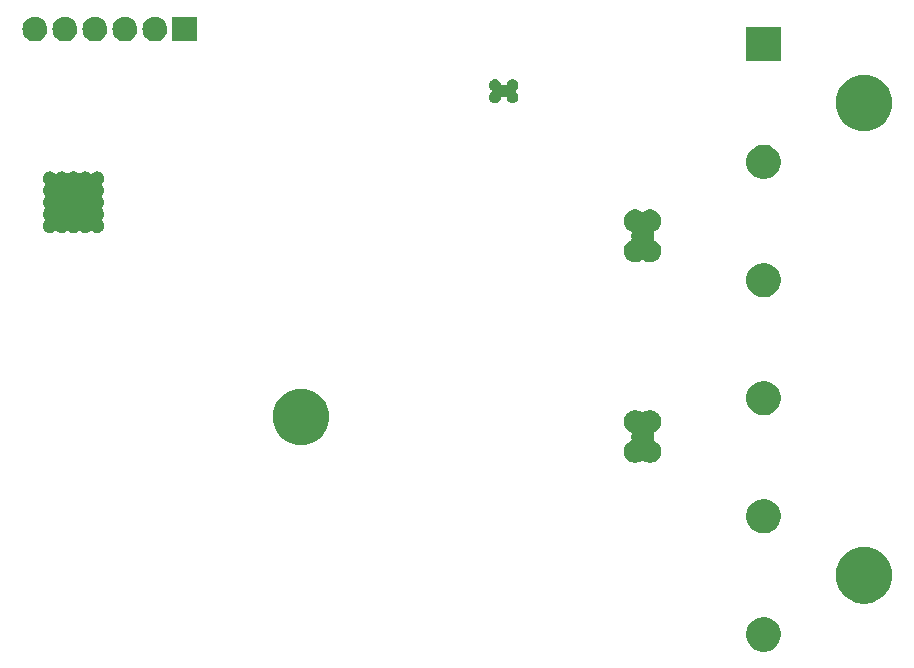
<source format=gbr>
G04 #@! TF.GenerationSoftware,KiCad,Pcbnew,(5.0.1)-3*
G04 #@! TF.CreationDate,2018-11-12T18:53:03-05:00*
G04 #@! TF.ProjectId,ESP32 Windlass,45535033322057696E646C6173732E6B,rev?*
G04 #@! TF.SameCoordinates,Original*
G04 #@! TF.FileFunction,Soldermask,Bot*
G04 #@! TF.FilePolarity,Negative*
%FSLAX46Y46*%
G04 Gerber Fmt 4.6, Leading zero omitted, Abs format (unit mm)*
G04 Created by KiCad (PCBNEW (5.0.1)-3) date 11/12/2018 6:53:03 PM*
%MOMM*%
%LPD*%
G01*
G04 APERTURE LIST*
%ADD10C,0.100000*%
G04 APERTURE END LIST*
D10*
G36*
X187922947Y-102355722D02*
X188186833Y-102465027D01*
X188424324Y-102623713D01*
X188626287Y-102825676D01*
X188784973Y-103063167D01*
X188894278Y-103327053D01*
X188950000Y-103607186D01*
X188950000Y-103892814D01*
X188894278Y-104172947D01*
X188784973Y-104436833D01*
X188626287Y-104674324D01*
X188424324Y-104876287D01*
X188186833Y-105034973D01*
X187922947Y-105144278D01*
X187642814Y-105200000D01*
X187357186Y-105200000D01*
X187077053Y-105144278D01*
X186813167Y-105034973D01*
X186575676Y-104876287D01*
X186373713Y-104674324D01*
X186215027Y-104436833D01*
X186105722Y-104172947D01*
X186050000Y-103892814D01*
X186050000Y-103607186D01*
X186105722Y-103327053D01*
X186215027Y-103063167D01*
X186373713Y-102825676D01*
X186575676Y-102623713D01*
X186813167Y-102465027D01*
X187077053Y-102355722D01*
X187357186Y-102300000D01*
X187642814Y-102300000D01*
X187922947Y-102355722D01*
X187922947Y-102355722D01*
G37*
G36*
X196351904Y-96372979D02*
X196700054Y-96442230D01*
X197136826Y-96623147D01*
X197529911Y-96885798D01*
X197864202Y-97220089D01*
X198126853Y-97613174D01*
X198307770Y-98049946D01*
X198362041Y-98322787D01*
X198400000Y-98513619D01*
X198400000Y-98986381D01*
X198377279Y-99100604D01*
X198307770Y-99450054D01*
X198126853Y-99886826D01*
X197864202Y-100279911D01*
X197529911Y-100614202D01*
X197136826Y-100876853D01*
X196700054Y-101057770D01*
X196351904Y-101127021D01*
X196236381Y-101150000D01*
X195763619Y-101150000D01*
X195648096Y-101127021D01*
X195299946Y-101057770D01*
X194863174Y-100876853D01*
X194470089Y-100614202D01*
X194135798Y-100279911D01*
X193873147Y-99886826D01*
X193692230Y-99450054D01*
X193622721Y-99100604D01*
X193600000Y-98986381D01*
X193600000Y-98513619D01*
X193637959Y-98322787D01*
X193692230Y-98049946D01*
X193873147Y-97613174D01*
X194135798Y-97220089D01*
X194470089Y-96885798D01*
X194863174Y-96623147D01*
X195299946Y-96442230D01*
X195648096Y-96372979D01*
X195763619Y-96350000D01*
X196236381Y-96350000D01*
X196351904Y-96372979D01*
X196351904Y-96372979D01*
G37*
G36*
X187922947Y-92355722D02*
X188186833Y-92465027D01*
X188424324Y-92623713D01*
X188626287Y-92825676D01*
X188784973Y-93063167D01*
X188894278Y-93327053D01*
X188950000Y-93607186D01*
X188950000Y-93892814D01*
X188894278Y-94172947D01*
X188784973Y-94436833D01*
X188626287Y-94674324D01*
X188424324Y-94876287D01*
X188186833Y-95034973D01*
X187922947Y-95144278D01*
X187642814Y-95200000D01*
X187357186Y-95200000D01*
X187077053Y-95144278D01*
X186813167Y-95034973D01*
X186575676Y-94876287D01*
X186373713Y-94674324D01*
X186215027Y-94436833D01*
X186105722Y-94172947D01*
X186050000Y-93892814D01*
X186050000Y-93607186D01*
X186105722Y-93327053D01*
X186215027Y-93063167D01*
X186373713Y-92825676D01*
X186575676Y-92623713D01*
X186813167Y-92465027D01*
X187077053Y-92355722D01*
X187357186Y-92300000D01*
X187642814Y-92300000D01*
X187922947Y-92355722D01*
X187922947Y-92355722D01*
G37*
G36*
X176895603Y-84804968D02*
X176895606Y-84804969D01*
X176895605Y-84804969D01*
X177070678Y-84877486D01*
X177180553Y-84950903D01*
X177202164Y-84962455D01*
X177225613Y-84969568D01*
X177249999Y-84971970D01*
X177274386Y-84969568D01*
X177297835Y-84962455D01*
X177319447Y-84950903D01*
X177429322Y-84877486D01*
X177604395Y-84804969D01*
X177604394Y-84804969D01*
X177604397Y-84804968D01*
X177790250Y-84768000D01*
X177979750Y-84768000D01*
X178165603Y-84804968D01*
X178165606Y-84804969D01*
X178165605Y-84804969D01*
X178340678Y-84877486D01*
X178383443Y-84906061D01*
X178498241Y-84982767D01*
X178632233Y-85116759D01*
X178669709Y-85172845D01*
X178737514Y-85274322D01*
X178784370Y-85387444D01*
X178810032Y-85449397D01*
X178847000Y-85635250D01*
X178847000Y-85824750D01*
X178810032Y-86010603D01*
X178810031Y-86010605D01*
X178737514Y-86185678D01*
X178737513Y-86185679D01*
X178632233Y-86343241D01*
X178498241Y-86477233D01*
X178470347Y-86495871D01*
X178340678Y-86582514D01*
X178257261Y-86617066D01*
X178235650Y-86628617D01*
X178216708Y-86644163D01*
X178201163Y-86663105D01*
X178189612Y-86684716D01*
X178182499Y-86708165D01*
X178180097Y-86732551D01*
X178182499Y-86756937D01*
X178212000Y-86905250D01*
X178212000Y-87094750D01*
X178182499Y-87243063D01*
X178180097Y-87267449D01*
X178182499Y-87291836D01*
X178189612Y-87315285D01*
X178201163Y-87336896D01*
X178216709Y-87355838D01*
X178235651Y-87371383D01*
X178257260Y-87382933D01*
X178340678Y-87417486D01*
X178340679Y-87417487D01*
X178498241Y-87522767D01*
X178632233Y-87656759D01*
X178632234Y-87656761D01*
X178737514Y-87814322D01*
X178783371Y-87925031D01*
X178810032Y-87989397D01*
X178847000Y-88175250D01*
X178847000Y-88364750D01*
X178810032Y-88550603D01*
X178810031Y-88550605D01*
X178737514Y-88725678D01*
X178737513Y-88725679D01*
X178632233Y-88883241D01*
X178498241Y-89017233D01*
X178482082Y-89028030D01*
X178340678Y-89122514D01*
X178205266Y-89178603D01*
X178165603Y-89195032D01*
X177979750Y-89232000D01*
X177790250Y-89232000D01*
X177604397Y-89195032D01*
X177582032Y-89185768D01*
X177429322Y-89122514D01*
X177319446Y-89049097D01*
X177297836Y-89037545D01*
X177274387Y-89030432D01*
X177250001Y-89028030D01*
X177225614Y-89030432D01*
X177202165Y-89037545D01*
X177180554Y-89049097D01*
X177070678Y-89122514D01*
X176917968Y-89185768D01*
X176895603Y-89195032D01*
X176709750Y-89232000D01*
X176520250Y-89232000D01*
X176334397Y-89195032D01*
X176294734Y-89178603D01*
X176159322Y-89122514D01*
X176017918Y-89028030D01*
X176001759Y-89017233D01*
X175867767Y-88883241D01*
X175762487Y-88725679D01*
X175762486Y-88725678D01*
X175689969Y-88550605D01*
X175689968Y-88550603D01*
X175653000Y-88364750D01*
X175653000Y-88175250D01*
X175689968Y-87989397D01*
X175716629Y-87925031D01*
X175762486Y-87814322D01*
X175867766Y-87656761D01*
X175867767Y-87656759D01*
X176001759Y-87522767D01*
X176159321Y-87417487D01*
X176159322Y-87417486D01*
X176242740Y-87382933D01*
X176264350Y-87371383D01*
X176283292Y-87355837D01*
X176298837Y-87336895D01*
X176310388Y-87315284D01*
X176317501Y-87291835D01*
X176319903Y-87267449D01*
X176317501Y-87243063D01*
X176288000Y-87094750D01*
X176288000Y-86905250D01*
X176317501Y-86756937D01*
X176319903Y-86732551D01*
X176317501Y-86708164D01*
X176310388Y-86684715D01*
X176298837Y-86663104D01*
X176283291Y-86644162D01*
X176264349Y-86628617D01*
X176242739Y-86617066D01*
X176159322Y-86582514D01*
X176029653Y-86495871D01*
X176001759Y-86477233D01*
X175867767Y-86343241D01*
X175762487Y-86185679D01*
X175762486Y-86185678D01*
X175689969Y-86010605D01*
X175689968Y-86010603D01*
X175653000Y-85824750D01*
X175653000Y-85635250D01*
X175689968Y-85449397D01*
X175715630Y-85387444D01*
X175762486Y-85274322D01*
X175830291Y-85172845D01*
X175867767Y-85116759D01*
X176001759Y-84982767D01*
X176116557Y-84906061D01*
X176159322Y-84877486D01*
X176334395Y-84804969D01*
X176334394Y-84804969D01*
X176334397Y-84804968D01*
X176520250Y-84768000D01*
X176709750Y-84768000D01*
X176895603Y-84804968D01*
X176895603Y-84804968D01*
G37*
G36*
X148685178Y-82956253D02*
X149033328Y-83025504D01*
X149470100Y-83206421D01*
X149863185Y-83469072D01*
X150197476Y-83803363D01*
X150460127Y-84196448D01*
X150641044Y-84633220D01*
X150706532Y-84962455D01*
X150733274Y-85096893D01*
X150733274Y-85569655D01*
X150720226Y-85635250D01*
X150641044Y-86033328D01*
X150460127Y-86470100D01*
X150197476Y-86863185D01*
X149863185Y-87197476D01*
X149470100Y-87460127D01*
X149033328Y-87641044D01*
X148685178Y-87710295D01*
X148569655Y-87733274D01*
X148096893Y-87733274D01*
X147981370Y-87710295D01*
X147633220Y-87641044D01*
X147196448Y-87460127D01*
X146803363Y-87197476D01*
X146469072Y-86863185D01*
X146206421Y-86470100D01*
X146025504Y-86033328D01*
X145946322Y-85635250D01*
X145933274Y-85569655D01*
X145933274Y-85096893D01*
X145960016Y-84962455D01*
X146025504Y-84633220D01*
X146206421Y-84196448D01*
X146469072Y-83803363D01*
X146803363Y-83469072D01*
X147196448Y-83206421D01*
X147633220Y-83025504D01*
X147981370Y-82956253D01*
X148096893Y-82933274D01*
X148569655Y-82933274D01*
X148685178Y-82956253D01*
X148685178Y-82956253D01*
G37*
G36*
X187922947Y-82355722D02*
X188186833Y-82465027D01*
X188424324Y-82623713D01*
X188626287Y-82825676D01*
X188784973Y-83063167D01*
X188894278Y-83327053D01*
X188950000Y-83607186D01*
X188950000Y-83892814D01*
X188894278Y-84172947D01*
X188784973Y-84436833D01*
X188626287Y-84674324D01*
X188424324Y-84876287D01*
X188186833Y-85034973D01*
X187922947Y-85144278D01*
X187642814Y-85200000D01*
X187357186Y-85200000D01*
X187077053Y-85144278D01*
X186813167Y-85034973D01*
X186575676Y-84876287D01*
X186373713Y-84674324D01*
X186215027Y-84436833D01*
X186105722Y-84172947D01*
X186050000Y-83892814D01*
X186050000Y-83607186D01*
X186105722Y-83327053D01*
X186215027Y-83063167D01*
X186373713Y-82825676D01*
X186575676Y-82623713D01*
X186813167Y-82465027D01*
X187077053Y-82355722D01*
X187357186Y-82300000D01*
X187642814Y-82300000D01*
X187922947Y-82355722D01*
X187922947Y-82355722D01*
G37*
G36*
X187922947Y-72355722D02*
X188186833Y-72465027D01*
X188424324Y-72623713D01*
X188626287Y-72825676D01*
X188784973Y-73063167D01*
X188894278Y-73327053D01*
X188950000Y-73607186D01*
X188950000Y-73892814D01*
X188894278Y-74172947D01*
X188784973Y-74436833D01*
X188626287Y-74674324D01*
X188424324Y-74876287D01*
X188186833Y-75034973D01*
X187922947Y-75144278D01*
X187642814Y-75200000D01*
X187357186Y-75200000D01*
X187077053Y-75144278D01*
X186813167Y-75034973D01*
X186575676Y-74876287D01*
X186373713Y-74674324D01*
X186215027Y-74436833D01*
X186105722Y-74172947D01*
X186050000Y-73892814D01*
X186050000Y-73607186D01*
X186105722Y-73327053D01*
X186215027Y-73063167D01*
X186373713Y-72825676D01*
X186575676Y-72623713D01*
X186813167Y-72465027D01*
X187077053Y-72355722D01*
X187357186Y-72300000D01*
X187642814Y-72300000D01*
X187922947Y-72355722D01*
X187922947Y-72355722D01*
G37*
G36*
X176895603Y-67804968D02*
X176895606Y-67804969D01*
X176895605Y-67804969D01*
X177070678Y-67877486D01*
X177180553Y-67950903D01*
X177202164Y-67962455D01*
X177225613Y-67969568D01*
X177249999Y-67971970D01*
X177274386Y-67969568D01*
X177297835Y-67962455D01*
X177319447Y-67950903D01*
X177429322Y-67877486D01*
X177604395Y-67804969D01*
X177604394Y-67804969D01*
X177604397Y-67804968D01*
X177790250Y-67768000D01*
X177979750Y-67768000D01*
X178165603Y-67804968D01*
X178165606Y-67804969D01*
X178165605Y-67804969D01*
X178340678Y-67877486D01*
X178418923Y-67929768D01*
X178498241Y-67982767D01*
X178632233Y-68116759D01*
X178632234Y-68116761D01*
X178737514Y-68274322D01*
X178758510Y-68325012D01*
X178810032Y-68449397D01*
X178847000Y-68635250D01*
X178847000Y-68824750D01*
X178810032Y-69010603D01*
X178810031Y-69010605D01*
X178737514Y-69185678D01*
X178737513Y-69185679D01*
X178632233Y-69343241D01*
X178498241Y-69477233D01*
X178418923Y-69530232D01*
X178340678Y-69582514D01*
X178259719Y-69616048D01*
X178257261Y-69617066D01*
X178235650Y-69628617D01*
X178216708Y-69644163D01*
X178201163Y-69663105D01*
X178189612Y-69684716D01*
X178182499Y-69708165D01*
X178180097Y-69732551D01*
X178182499Y-69756937D01*
X178212000Y-69905250D01*
X178212000Y-70094750D01*
X178182499Y-70243063D01*
X178180097Y-70267449D01*
X178182499Y-70291836D01*
X178189612Y-70315285D01*
X178201163Y-70336896D01*
X178216709Y-70355838D01*
X178235651Y-70371383D01*
X178257260Y-70382933D01*
X178340678Y-70417486D01*
X178340679Y-70417487D01*
X178498241Y-70522767D01*
X178632233Y-70656759D01*
X178632234Y-70656761D01*
X178737514Y-70814322D01*
X178783371Y-70925031D01*
X178810032Y-70989397D01*
X178847000Y-71175250D01*
X178847000Y-71364750D01*
X178810032Y-71550603D01*
X178810031Y-71550605D01*
X178737514Y-71725678D01*
X178737513Y-71725679D01*
X178632233Y-71883241D01*
X178498241Y-72017233D01*
X178482082Y-72028030D01*
X178340678Y-72122514D01*
X178205266Y-72178603D01*
X178165603Y-72195032D01*
X177979750Y-72232000D01*
X177790250Y-72232000D01*
X177604397Y-72195032D01*
X177582032Y-72185768D01*
X177429322Y-72122514D01*
X177319446Y-72049097D01*
X177297836Y-72037545D01*
X177274387Y-72030432D01*
X177250001Y-72028030D01*
X177225614Y-72030432D01*
X177202165Y-72037545D01*
X177180554Y-72049097D01*
X177070678Y-72122514D01*
X176917968Y-72185768D01*
X176895603Y-72195032D01*
X176709750Y-72232000D01*
X176520250Y-72232000D01*
X176334397Y-72195032D01*
X176294734Y-72178603D01*
X176159322Y-72122514D01*
X176017918Y-72028030D01*
X176001759Y-72017233D01*
X175867767Y-71883241D01*
X175762487Y-71725679D01*
X175762486Y-71725678D01*
X175689969Y-71550605D01*
X175689968Y-71550603D01*
X175653000Y-71364750D01*
X175653000Y-71175250D01*
X175689968Y-70989397D01*
X175716629Y-70925031D01*
X175762486Y-70814322D01*
X175867766Y-70656761D01*
X175867767Y-70656759D01*
X176001759Y-70522767D01*
X176159321Y-70417487D01*
X176159322Y-70417486D01*
X176242740Y-70382933D01*
X176264350Y-70371383D01*
X176283292Y-70355837D01*
X176298837Y-70336895D01*
X176310388Y-70315284D01*
X176317501Y-70291835D01*
X176319903Y-70267449D01*
X176317501Y-70243063D01*
X176288000Y-70094750D01*
X176288000Y-69905250D01*
X176317501Y-69756937D01*
X176319903Y-69732551D01*
X176317501Y-69708164D01*
X176310388Y-69684715D01*
X176298837Y-69663104D01*
X176283291Y-69644162D01*
X176264349Y-69628617D01*
X176242739Y-69617066D01*
X176240281Y-69616048D01*
X176159322Y-69582514D01*
X176081077Y-69530232D01*
X176001759Y-69477233D01*
X175867767Y-69343241D01*
X175762487Y-69185679D01*
X175762486Y-69185678D01*
X175689969Y-69010605D01*
X175689968Y-69010603D01*
X175653000Y-68824750D01*
X175653000Y-68635250D01*
X175689968Y-68449397D01*
X175741490Y-68325012D01*
X175762486Y-68274322D01*
X175867766Y-68116761D01*
X175867767Y-68116759D01*
X176001759Y-67982767D01*
X176081077Y-67929768D01*
X176159322Y-67877486D01*
X176334395Y-67804969D01*
X176334394Y-67804969D01*
X176334397Y-67804968D01*
X176520250Y-67768000D01*
X176709750Y-67768000D01*
X176895603Y-67804968D01*
X176895603Y-67804968D01*
G37*
G36*
X127245012Y-64573057D02*
X127354207Y-64618287D01*
X127452481Y-64683952D01*
X127481612Y-64713083D01*
X127500554Y-64728629D01*
X127522165Y-64740180D01*
X127545614Y-64747293D01*
X127570000Y-64749695D01*
X127594386Y-64747293D01*
X127617835Y-64740180D01*
X127639446Y-64728629D01*
X127658388Y-64713083D01*
X127687519Y-64683952D01*
X127785793Y-64618287D01*
X127894988Y-64573057D01*
X128010904Y-64550000D01*
X128129096Y-64550000D01*
X128245012Y-64573057D01*
X128354207Y-64618287D01*
X128452481Y-64683952D01*
X128481612Y-64713083D01*
X128500554Y-64728629D01*
X128522165Y-64740180D01*
X128545614Y-64747293D01*
X128570000Y-64749695D01*
X128594386Y-64747293D01*
X128617835Y-64740180D01*
X128639446Y-64728629D01*
X128658388Y-64713083D01*
X128687519Y-64683952D01*
X128785793Y-64618287D01*
X128894988Y-64573057D01*
X129010904Y-64550000D01*
X129129096Y-64550000D01*
X129245012Y-64573057D01*
X129354207Y-64618287D01*
X129452481Y-64683952D01*
X129481612Y-64713083D01*
X129500554Y-64728629D01*
X129522165Y-64740180D01*
X129545614Y-64747293D01*
X129570000Y-64749695D01*
X129594386Y-64747293D01*
X129617835Y-64740180D01*
X129639446Y-64728629D01*
X129658388Y-64713083D01*
X129687519Y-64683952D01*
X129785793Y-64618287D01*
X129894988Y-64573057D01*
X130010904Y-64550000D01*
X130129096Y-64550000D01*
X130245012Y-64573057D01*
X130354207Y-64618287D01*
X130452481Y-64683952D01*
X130481612Y-64713083D01*
X130500554Y-64728629D01*
X130522165Y-64740180D01*
X130545614Y-64747293D01*
X130570000Y-64749695D01*
X130594386Y-64747293D01*
X130617835Y-64740180D01*
X130639446Y-64728629D01*
X130658388Y-64713083D01*
X130687519Y-64683952D01*
X130785793Y-64618287D01*
X130894988Y-64573057D01*
X131010904Y-64550000D01*
X131129096Y-64550000D01*
X131245012Y-64573057D01*
X131354207Y-64618287D01*
X131452481Y-64683952D01*
X131536048Y-64767519D01*
X131601713Y-64865793D01*
X131646943Y-64974988D01*
X131670000Y-65090904D01*
X131670000Y-65209096D01*
X131646943Y-65325012D01*
X131601713Y-65434207D01*
X131536048Y-65532481D01*
X131506917Y-65561612D01*
X131491371Y-65580554D01*
X131479820Y-65602165D01*
X131472707Y-65625614D01*
X131470305Y-65650000D01*
X131472707Y-65674386D01*
X131479820Y-65697835D01*
X131491371Y-65719446D01*
X131506917Y-65738388D01*
X131536048Y-65767519D01*
X131601713Y-65865793D01*
X131646943Y-65974988D01*
X131670000Y-66090904D01*
X131670000Y-66209096D01*
X131646943Y-66325012D01*
X131601713Y-66434207D01*
X131536048Y-66532481D01*
X131506917Y-66561612D01*
X131491371Y-66580554D01*
X131479820Y-66602165D01*
X131472707Y-66625614D01*
X131470305Y-66650000D01*
X131472707Y-66674386D01*
X131479820Y-66697835D01*
X131491371Y-66719446D01*
X131506917Y-66738388D01*
X131536048Y-66767519D01*
X131601713Y-66865793D01*
X131646943Y-66974988D01*
X131670000Y-67090904D01*
X131670000Y-67209096D01*
X131646943Y-67325012D01*
X131601713Y-67434207D01*
X131536048Y-67532481D01*
X131506917Y-67561612D01*
X131491371Y-67580554D01*
X131479820Y-67602165D01*
X131472707Y-67625614D01*
X131470305Y-67650000D01*
X131472707Y-67674386D01*
X131479820Y-67697835D01*
X131491371Y-67719446D01*
X131506917Y-67738388D01*
X131536048Y-67767519D01*
X131601713Y-67865793D01*
X131646943Y-67974988D01*
X131670000Y-68090904D01*
X131670000Y-68209096D01*
X131646943Y-68325012D01*
X131601713Y-68434207D01*
X131536048Y-68532481D01*
X131506917Y-68561612D01*
X131491371Y-68580554D01*
X131479820Y-68602165D01*
X131472707Y-68625614D01*
X131470305Y-68650000D01*
X131472707Y-68674386D01*
X131479820Y-68697835D01*
X131491371Y-68719446D01*
X131506917Y-68738388D01*
X131536048Y-68767519D01*
X131601713Y-68865793D01*
X131646943Y-68974988D01*
X131670000Y-69090904D01*
X131670000Y-69209096D01*
X131646943Y-69325012D01*
X131601713Y-69434207D01*
X131536048Y-69532481D01*
X131452481Y-69616048D01*
X131354207Y-69681713D01*
X131245012Y-69726943D01*
X131129096Y-69750000D01*
X131010904Y-69750000D01*
X130894988Y-69726943D01*
X130785793Y-69681713D01*
X130687519Y-69616048D01*
X130658388Y-69586917D01*
X130639446Y-69571371D01*
X130617835Y-69559820D01*
X130594386Y-69552707D01*
X130570000Y-69550305D01*
X130545614Y-69552707D01*
X130522165Y-69559820D01*
X130500554Y-69571371D01*
X130481612Y-69586917D01*
X130452481Y-69616048D01*
X130354207Y-69681713D01*
X130245012Y-69726943D01*
X130129096Y-69750000D01*
X130010904Y-69750000D01*
X129894988Y-69726943D01*
X129785793Y-69681713D01*
X129687519Y-69616048D01*
X129658388Y-69586917D01*
X129639446Y-69571371D01*
X129617835Y-69559820D01*
X129594386Y-69552707D01*
X129570000Y-69550305D01*
X129545614Y-69552707D01*
X129522165Y-69559820D01*
X129500554Y-69571371D01*
X129481612Y-69586917D01*
X129452481Y-69616048D01*
X129354207Y-69681713D01*
X129245012Y-69726943D01*
X129129096Y-69750000D01*
X129010904Y-69750000D01*
X128894988Y-69726943D01*
X128785793Y-69681713D01*
X128687519Y-69616048D01*
X128658388Y-69586917D01*
X128639446Y-69571371D01*
X128617835Y-69559820D01*
X128594386Y-69552707D01*
X128570000Y-69550305D01*
X128545614Y-69552707D01*
X128522165Y-69559820D01*
X128500554Y-69571371D01*
X128481612Y-69586917D01*
X128452481Y-69616048D01*
X128354207Y-69681713D01*
X128245012Y-69726943D01*
X128129096Y-69750000D01*
X128010904Y-69750000D01*
X127894988Y-69726943D01*
X127785793Y-69681713D01*
X127687519Y-69616048D01*
X127658388Y-69586917D01*
X127639446Y-69571371D01*
X127617835Y-69559820D01*
X127594386Y-69552707D01*
X127570000Y-69550305D01*
X127545614Y-69552707D01*
X127522165Y-69559820D01*
X127500554Y-69571371D01*
X127481612Y-69586917D01*
X127452481Y-69616048D01*
X127354207Y-69681713D01*
X127245012Y-69726943D01*
X127129096Y-69750000D01*
X127010904Y-69750000D01*
X126894988Y-69726943D01*
X126785793Y-69681713D01*
X126687519Y-69616048D01*
X126603952Y-69532481D01*
X126538287Y-69434207D01*
X126493057Y-69325012D01*
X126470000Y-69209096D01*
X126470000Y-69090904D01*
X126493057Y-68974988D01*
X126538287Y-68865793D01*
X126603952Y-68767519D01*
X126633083Y-68738388D01*
X126648629Y-68719446D01*
X126660180Y-68697835D01*
X126667293Y-68674386D01*
X126669695Y-68650000D01*
X126667293Y-68625614D01*
X126660180Y-68602165D01*
X126648629Y-68580554D01*
X126633083Y-68561612D01*
X126603952Y-68532481D01*
X126538287Y-68434207D01*
X126493057Y-68325012D01*
X126470000Y-68209096D01*
X126470000Y-68090904D01*
X126493057Y-67974988D01*
X126538287Y-67865793D01*
X126603952Y-67767519D01*
X126633083Y-67738388D01*
X126648629Y-67719446D01*
X126660180Y-67697835D01*
X126667293Y-67674386D01*
X126669695Y-67650000D01*
X126667293Y-67625614D01*
X126660180Y-67602165D01*
X126648629Y-67580554D01*
X126633083Y-67561612D01*
X126603952Y-67532481D01*
X126538287Y-67434207D01*
X126493057Y-67325012D01*
X126470000Y-67209096D01*
X126470000Y-67090904D01*
X126493057Y-66974988D01*
X126538287Y-66865793D01*
X126603952Y-66767519D01*
X126633083Y-66738388D01*
X126648629Y-66719446D01*
X126660180Y-66697835D01*
X126667293Y-66674386D01*
X126669695Y-66650000D01*
X126667293Y-66625614D01*
X126660180Y-66602165D01*
X126648629Y-66580554D01*
X126633083Y-66561612D01*
X126603952Y-66532481D01*
X126538287Y-66434207D01*
X126493057Y-66325012D01*
X126470000Y-66209096D01*
X126470000Y-66090904D01*
X126493057Y-65974988D01*
X126538287Y-65865793D01*
X126603952Y-65767519D01*
X126633083Y-65738388D01*
X126648629Y-65719446D01*
X126660180Y-65697835D01*
X126667293Y-65674386D01*
X126669695Y-65650000D01*
X126667293Y-65625614D01*
X126660180Y-65602165D01*
X126648629Y-65580554D01*
X126633083Y-65561612D01*
X126603952Y-65532481D01*
X126538287Y-65434207D01*
X126493057Y-65325012D01*
X126470000Y-65209096D01*
X126470000Y-65090904D01*
X126493057Y-64974988D01*
X126538287Y-64865793D01*
X126603952Y-64767519D01*
X126687519Y-64683952D01*
X126785793Y-64618287D01*
X126894988Y-64573057D01*
X127010904Y-64550000D01*
X127129096Y-64550000D01*
X127245012Y-64573057D01*
X127245012Y-64573057D01*
G37*
G36*
X187922947Y-62355722D02*
X188186833Y-62465027D01*
X188424324Y-62623713D01*
X188626287Y-62825676D01*
X188784973Y-63063167D01*
X188894278Y-63327053D01*
X188950000Y-63607186D01*
X188950000Y-63892814D01*
X188894278Y-64172947D01*
X188784973Y-64436833D01*
X188626287Y-64674324D01*
X188424324Y-64876287D01*
X188186833Y-65034973D01*
X187922947Y-65144278D01*
X187642814Y-65200000D01*
X187357186Y-65200000D01*
X187077053Y-65144278D01*
X186813167Y-65034973D01*
X186575676Y-64876287D01*
X186373713Y-64674324D01*
X186215027Y-64436833D01*
X186105722Y-64172947D01*
X186050000Y-63892814D01*
X186050000Y-63607186D01*
X186105722Y-63327053D01*
X186215027Y-63063167D01*
X186373713Y-62825676D01*
X186575676Y-62623713D01*
X186813167Y-62465027D01*
X187077053Y-62355722D01*
X187357186Y-62300000D01*
X187642814Y-62300000D01*
X187922947Y-62355722D01*
X187922947Y-62355722D01*
G37*
G36*
X196351904Y-56372979D02*
X196700054Y-56442230D01*
X197136826Y-56623147D01*
X197529911Y-56885798D01*
X197864202Y-57220089D01*
X198126853Y-57613174D01*
X198307770Y-58049946D01*
X198360017Y-58312611D01*
X198400000Y-58513619D01*
X198400000Y-58986381D01*
X198377279Y-59100604D01*
X198307770Y-59450054D01*
X198126853Y-59886826D01*
X197864202Y-60279911D01*
X197529911Y-60614202D01*
X197136826Y-60876853D01*
X196700054Y-61057770D01*
X196351904Y-61127021D01*
X196236381Y-61150000D01*
X195763619Y-61150000D01*
X195648096Y-61127021D01*
X195299946Y-61057770D01*
X194863174Y-60876853D01*
X194470089Y-60614202D01*
X194135798Y-60279911D01*
X193873147Y-59886826D01*
X193692230Y-59450054D01*
X193622721Y-59100604D01*
X193600000Y-58986381D01*
X193600000Y-58513619D01*
X193639983Y-58312611D01*
X193692230Y-58049946D01*
X193873147Y-57613174D01*
X194135798Y-57220089D01*
X194470089Y-56885798D01*
X194863174Y-56623147D01*
X195299946Y-56442230D01*
X195648096Y-56372979D01*
X195763619Y-56350000D01*
X196236381Y-56350000D01*
X196351904Y-56372979D01*
X196351904Y-56372979D01*
G37*
G36*
X164895845Y-56769215D02*
X164986839Y-56806906D01*
X165035584Y-56839477D01*
X165068734Y-56861627D01*
X165138373Y-56931266D01*
X165138375Y-56931269D01*
X165193094Y-57013161D01*
X165230785Y-57104155D01*
X165240734Y-57154170D01*
X165242677Y-57163941D01*
X165249790Y-57187390D01*
X165261341Y-57209000D01*
X165276887Y-57227943D01*
X165295829Y-57243488D01*
X165317440Y-57255039D01*
X165340889Y-57262152D01*
X165365275Y-57264554D01*
X165389661Y-57262152D01*
X165450753Y-57250000D01*
X165549247Y-57250000D01*
X165610339Y-57262152D01*
X165634725Y-57264554D01*
X165659111Y-57262152D01*
X165682560Y-57255039D01*
X165704171Y-57243488D01*
X165723113Y-57227942D01*
X165738659Y-57209000D01*
X165750210Y-57187389D01*
X165757323Y-57163941D01*
X165759267Y-57154170D01*
X165769215Y-57104155D01*
X165806906Y-57013161D01*
X165861625Y-56931269D01*
X165861627Y-56931266D01*
X165931266Y-56861627D01*
X165964416Y-56839477D01*
X166013161Y-56806906D01*
X166104155Y-56769215D01*
X166200754Y-56750000D01*
X166299246Y-56750000D01*
X166395845Y-56769215D01*
X166486839Y-56806906D01*
X166535584Y-56839477D01*
X166568734Y-56861627D01*
X166638373Y-56931266D01*
X166638375Y-56931269D01*
X166693094Y-57013161D01*
X166730785Y-57104155D01*
X166750000Y-57200754D01*
X166750000Y-57299246D01*
X166737811Y-57360523D01*
X166730785Y-57395845D01*
X166693095Y-57486837D01*
X166638373Y-57568734D01*
X166568732Y-57638375D01*
X166557220Y-57646067D01*
X166538278Y-57661612D01*
X166522733Y-57680554D01*
X166511182Y-57702165D01*
X166504069Y-57725614D01*
X166501667Y-57750000D01*
X166504069Y-57774387D01*
X166511182Y-57797836D01*
X166522734Y-57819447D01*
X166538279Y-57838389D01*
X166557220Y-57853933D01*
X166568732Y-57861625D01*
X166638373Y-57931266D01*
X166638375Y-57931269D01*
X166693094Y-58013161D01*
X166730785Y-58104155D01*
X166750000Y-58200754D01*
X166750000Y-58299246D01*
X166730785Y-58395845D01*
X166693094Y-58486839D01*
X166639104Y-58567640D01*
X166638373Y-58568734D01*
X166568734Y-58638373D01*
X166568731Y-58638375D01*
X166486839Y-58693094D01*
X166395845Y-58730785D01*
X166299246Y-58750000D01*
X166200754Y-58750000D01*
X166104155Y-58730785D01*
X166013161Y-58693094D01*
X165931269Y-58638375D01*
X165931266Y-58638373D01*
X165861627Y-58568734D01*
X165860896Y-58567640D01*
X165806906Y-58486839D01*
X165769215Y-58395845D01*
X165757322Y-58336056D01*
X165750210Y-58312610D01*
X165738659Y-58291000D01*
X165723113Y-58272057D01*
X165704171Y-58256512D01*
X165682560Y-58244961D01*
X165659111Y-58237848D01*
X165634725Y-58235446D01*
X165610339Y-58237848D01*
X165549247Y-58250000D01*
X165450753Y-58250000D01*
X165389661Y-58237848D01*
X165365275Y-58235446D01*
X165340889Y-58237848D01*
X165317440Y-58244961D01*
X165295829Y-58256512D01*
X165276887Y-58272058D01*
X165261341Y-58291000D01*
X165249790Y-58312611D01*
X165242678Y-58336056D01*
X165230785Y-58395845D01*
X165193094Y-58486839D01*
X165139104Y-58567640D01*
X165138373Y-58568734D01*
X165068734Y-58638373D01*
X165068731Y-58638375D01*
X164986839Y-58693094D01*
X164895845Y-58730785D01*
X164799246Y-58750000D01*
X164700754Y-58750000D01*
X164604155Y-58730785D01*
X164513161Y-58693094D01*
X164431269Y-58638375D01*
X164431266Y-58638373D01*
X164361627Y-58568734D01*
X164360896Y-58567640D01*
X164306906Y-58486839D01*
X164269215Y-58395845D01*
X164250000Y-58299246D01*
X164250000Y-58200754D01*
X164269215Y-58104155D01*
X164306906Y-58013161D01*
X164361625Y-57931269D01*
X164361627Y-57931266D01*
X164431268Y-57861625D01*
X164442780Y-57853933D01*
X164461722Y-57838388D01*
X164477267Y-57819446D01*
X164488818Y-57797835D01*
X164495931Y-57774386D01*
X164498333Y-57750000D01*
X164495931Y-57725613D01*
X164488818Y-57702164D01*
X164477266Y-57680553D01*
X164461721Y-57661611D01*
X164442780Y-57646067D01*
X164431268Y-57638375D01*
X164361627Y-57568734D01*
X164306905Y-57486837D01*
X164269215Y-57395845D01*
X164262189Y-57360523D01*
X164250000Y-57299246D01*
X164250000Y-57200754D01*
X164269215Y-57104155D01*
X164306906Y-57013161D01*
X164361625Y-56931269D01*
X164361627Y-56931266D01*
X164431266Y-56861627D01*
X164464416Y-56839477D01*
X164513161Y-56806906D01*
X164604155Y-56769215D01*
X164700754Y-56750000D01*
X164799246Y-56750000D01*
X164895845Y-56769215D01*
X164895845Y-56769215D01*
G37*
G36*
X188950000Y-55200000D02*
X186050000Y-55200000D01*
X186050000Y-52300000D01*
X188950000Y-52300000D01*
X188950000Y-55200000D01*
X188950000Y-55200000D01*
G37*
G36*
X133548707Y-51457597D02*
X133625836Y-51465193D01*
X133757787Y-51505220D01*
X133823763Y-51525233D01*
X134006172Y-51622733D01*
X134166054Y-51753946D01*
X134297267Y-51913828D01*
X134394767Y-52096237D01*
X134394767Y-52096238D01*
X134454807Y-52294164D01*
X134475080Y-52500000D01*
X134454807Y-52705836D01*
X134414780Y-52837787D01*
X134394767Y-52903763D01*
X134297267Y-53086172D01*
X134166054Y-53246054D01*
X134006172Y-53377267D01*
X133823763Y-53474767D01*
X133757787Y-53494780D01*
X133625836Y-53534807D01*
X133548707Y-53542403D01*
X133471580Y-53550000D01*
X133368420Y-53550000D01*
X133291293Y-53542403D01*
X133214164Y-53534807D01*
X133082213Y-53494780D01*
X133016237Y-53474767D01*
X132833828Y-53377267D01*
X132673946Y-53246054D01*
X132542733Y-53086172D01*
X132445233Y-52903763D01*
X132425220Y-52837787D01*
X132385193Y-52705836D01*
X132364920Y-52500000D01*
X132385193Y-52294164D01*
X132445233Y-52096238D01*
X132445233Y-52096237D01*
X132542733Y-51913828D01*
X132673946Y-51753946D01*
X132833828Y-51622733D01*
X133016237Y-51525233D01*
X133082213Y-51505220D01*
X133214164Y-51465193D01*
X133291293Y-51457597D01*
X133368420Y-51450000D01*
X133471580Y-51450000D01*
X133548707Y-51457597D01*
X133548707Y-51457597D01*
G37*
G36*
X125928707Y-51457597D02*
X126005836Y-51465193D01*
X126137787Y-51505220D01*
X126203763Y-51525233D01*
X126386172Y-51622733D01*
X126546054Y-51753946D01*
X126677267Y-51913828D01*
X126774767Y-52096237D01*
X126774767Y-52096238D01*
X126834807Y-52294164D01*
X126855080Y-52500000D01*
X126834807Y-52705836D01*
X126794780Y-52837787D01*
X126774767Y-52903763D01*
X126677267Y-53086172D01*
X126546054Y-53246054D01*
X126386172Y-53377267D01*
X126203763Y-53474767D01*
X126137787Y-53494780D01*
X126005836Y-53534807D01*
X125928707Y-53542403D01*
X125851580Y-53550000D01*
X125748420Y-53550000D01*
X125671293Y-53542403D01*
X125594164Y-53534807D01*
X125462213Y-53494780D01*
X125396237Y-53474767D01*
X125213828Y-53377267D01*
X125053946Y-53246054D01*
X124922733Y-53086172D01*
X124825233Y-52903763D01*
X124805220Y-52837787D01*
X124765193Y-52705836D01*
X124744920Y-52500000D01*
X124765193Y-52294164D01*
X124825233Y-52096238D01*
X124825233Y-52096237D01*
X124922733Y-51913828D01*
X125053946Y-51753946D01*
X125213828Y-51622733D01*
X125396237Y-51525233D01*
X125462213Y-51505220D01*
X125594164Y-51465193D01*
X125671293Y-51457597D01*
X125748420Y-51450000D01*
X125851580Y-51450000D01*
X125928707Y-51457597D01*
X125928707Y-51457597D01*
G37*
G36*
X128468707Y-51457597D02*
X128545836Y-51465193D01*
X128677787Y-51505220D01*
X128743763Y-51525233D01*
X128926172Y-51622733D01*
X129086054Y-51753946D01*
X129217267Y-51913828D01*
X129314767Y-52096237D01*
X129314767Y-52096238D01*
X129374807Y-52294164D01*
X129395080Y-52500000D01*
X129374807Y-52705836D01*
X129334780Y-52837787D01*
X129314767Y-52903763D01*
X129217267Y-53086172D01*
X129086054Y-53246054D01*
X128926172Y-53377267D01*
X128743763Y-53474767D01*
X128677787Y-53494780D01*
X128545836Y-53534807D01*
X128468707Y-53542403D01*
X128391580Y-53550000D01*
X128288420Y-53550000D01*
X128211293Y-53542403D01*
X128134164Y-53534807D01*
X128002213Y-53494780D01*
X127936237Y-53474767D01*
X127753828Y-53377267D01*
X127593946Y-53246054D01*
X127462733Y-53086172D01*
X127365233Y-52903763D01*
X127345220Y-52837787D01*
X127305193Y-52705836D01*
X127284920Y-52500000D01*
X127305193Y-52294164D01*
X127365233Y-52096238D01*
X127365233Y-52096237D01*
X127462733Y-51913828D01*
X127593946Y-51753946D01*
X127753828Y-51622733D01*
X127936237Y-51525233D01*
X128002213Y-51505220D01*
X128134164Y-51465193D01*
X128211293Y-51457597D01*
X128288420Y-51450000D01*
X128391580Y-51450000D01*
X128468707Y-51457597D01*
X128468707Y-51457597D01*
G37*
G36*
X131008707Y-51457597D02*
X131085836Y-51465193D01*
X131217787Y-51505220D01*
X131283763Y-51525233D01*
X131466172Y-51622733D01*
X131626054Y-51753946D01*
X131757267Y-51913828D01*
X131854767Y-52096237D01*
X131854767Y-52096238D01*
X131914807Y-52294164D01*
X131935080Y-52500000D01*
X131914807Y-52705836D01*
X131874780Y-52837787D01*
X131854767Y-52903763D01*
X131757267Y-53086172D01*
X131626054Y-53246054D01*
X131466172Y-53377267D01*
X131283763Y-53474767D01*
X131217787Y-53494780D01*
X131085836Y-53534807D01*
X131008707Y-53542403D01*
X130931580Y-53550000D01*
X130828420Y-53550000D01*
X130751293Y-53542403D01*
X130674164Y-53534807D01*
X130542213Y-53494780D01*
X130476237Y-53474767D01*
X130293828Y-53377267D01*
X130133946Y-53246054D01*
X130002733Y-53086172D01*
X129905233Y-52903763D01*
X129885220Y-52837787D01*
X129845193Y-52705836D01*
X129824920Y-52500000D01*
X129845193Y-52294164D01*
X129905233Y-52096238D01*
X129905233Y-52096237D01*
X130002733Y-51913828D01*
X130133946Y-51753946D01*
X130293828Y-51622733D01*
X130476237Y-51525233D01*
X130542213Y-51505220D01*
X130674164Y-51465193D01*
X130751293Y-51457597D01*
X130828420Y-51450000D01*
X130931580Y-51450000D01*
X131008707Y-51457597D01*
X131008707Y-51457597D01*
G37*
G36*
X136088707Y-51457597D02*
X136165836Y-51465193D01*
X136297787Y-51505220D01*
X136363763Y-51525233D01*
X136546172Y-51622733D01*
X136706054Y-51753946D01*
X136837267Y-51913828D01*
X136934767Y-52096237D01*
X136934767Y-52096238D01*
X136994807Y-52294164D01*
X137015080Y-52500000D01*
X136994807Y-52705836D01*
X136954780Y-52837787D01*
X136934767Y-52903763D01*
X136837267Y-53086172D01*
X136706054Y-53246054D01*
X136546172Y-53377267D01*
X136363763Y-53474767D01*
X136297787Y-53494780D01*
X136165836Y-53534807D01*
X136088707Y-53542403D01*
X136011580Y-53550000D01*
X135908420Y-53550000D01*
X135831293Y-53542403D01*
X135754164Y-53534807D01*
X135622213Y-53494780D01*
X135556237Y-53474767D01*
X135373828Y-53377267D01*
X135213946Y-53246054D01*
X135082733Y-53086172D01*
X134985233Y-52903763D01*
X134965220Y-52837787D01*
X134925193Y-52705836D01*
X134904920Y-52500000D01*
X134925193Y-52294164D01*
X134985233Y-52096238D01*
X134985233Y-52096237D01*
X135082733Y-51913828D01*
X135213946Y-51753946D01*
X135373828Y-51622733D01*
X135556237Y-51525233D01*
X135622213Y-51505220D01*
X135754164Y-51465193D01*
X135831293Y-51457597D01*
X135908420Y-51450000D01*
X136011580Y-51450000D01*
X136088707Y-51457597D01*
X136088707Y-51457597D01*
G37*
G36*
X139550000Y-53550000D02*
X137450000Y-53550000D01*
X137450000Y-51450000D01*
X139550000Y-51450000D01*
X139550000Y-53550000D01*
X139550000Y-53550000D01*
G37*
M02*

</source>
